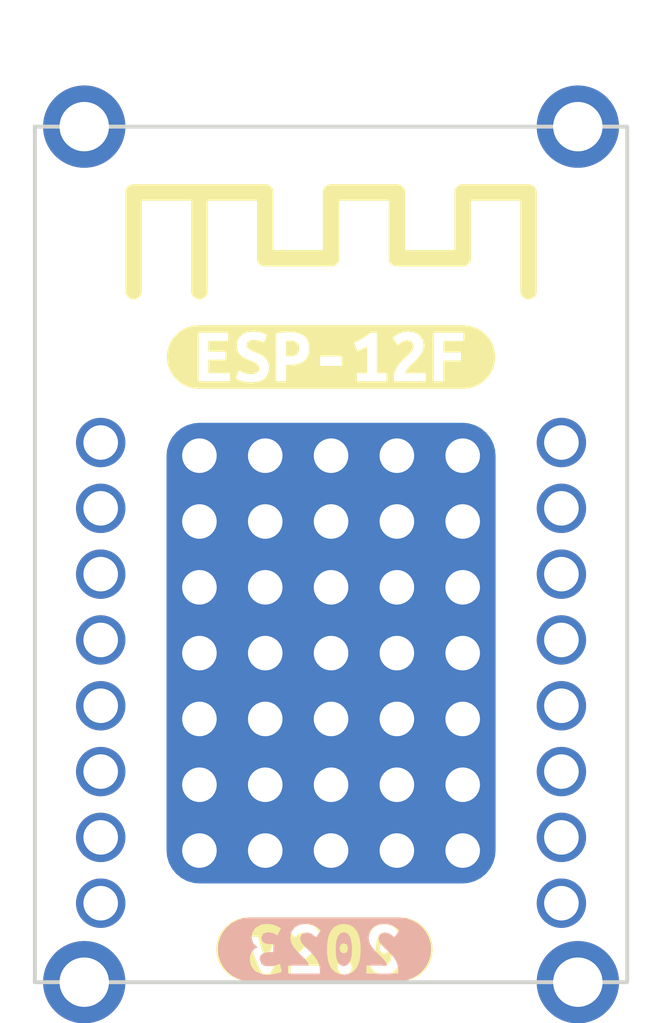
<source format=kicad_pcb>
(kicad_pcb (version 20211014) (generator pcbnew)
  (layers (0 "F.Cu" signal) (31 "B.Cu" signal) (34 "B.Paste" user) (35 "F.Paste" user) (36 "B.SilkS" user "B.Silkscreen") (37 "F.SilkS" user "F.Silkscreen") (38 "B.Mask" user) (39 "F.Mask" user) (44 "Edge.Cuts" user))
  (net 0 "")
  (footprint "kibuzzard-642C03EC" (layer "F.Cu") (at 135.3 125)
    (fp_text reference "kibuzzard-642C03EC" hide)
    (fp_text value "G***" hide)
    (fp_poly (pts (xy -2.322909 -0.967581) (xy -2.323108 -0.967581) (xy -2.511874 -0.948989) (xy -2.693385 -0.893929) (xy -2.860667 -0.804514) (xy -3.007291 -0.684183) (xy -3.127622 -0.537559) (xy -3.217036 -0.370277) (xy -3.272097 -0.188766) (xy -3.290689 0) (xy -3.272097 0.188766) (xy -3.217036 0.370277) (xy -3.127622 0.537559) (xy -3.007291 0.684183) (xy -2.860667 0.804514) (xy -2.693385 0.893929) (xy -2.511874 0.948989) (xy -2.323108 0.967581) (xy -2.322909 0.967581) (xy -1.894284 0.967581) (xy -1.894284 0.738188) (xy -1.966119 0.58883) (xy -2.038747 0.423333) (xy -2.112169 0.241697) (xy -2.166863 0.096069) (xy -2.220218 -0.056257) (xy -2.272233 -0.21528) (xy -2.322909 -0.381) (xy -2.015728 -0.381) (xy -1.992213 -0.287536) (xy -1.964531 -0.188119) (xy -1.933873 -0.085427) (xy -1.901428 0.017859) (xy -1.867793 0.119955) (xy -1.833563 0.219075) (xy -1.768078 0.397669) (xy -1.699022 0.219075) (xy -1.66122 0.119955) (xy -1.624013 0.017859) (xy -1.587698 -0.085427) (xy -1.552575 -0.188119) (xy -1.521321 -0.287536) (xy -1.496616 -0.381) (xy -1.198959 -0.381) (xy -1.250305 -0.21528) (xy -1.30433 -0.056257) (xy -1.361033 0.096069) (xy -1.420416 0.241697) (xy -1.499791 0.423333) (xy -1.575991 0.58883) (xy -1.649016 0.738188) (xy -1.894284 0.738188) (xy -1.894284 0.967581) (xy -0.065484 0.967581) (xy -0.065484 0.738188) (xy -1.027509 0.738188) (xy -1.033463 0.678656) (xy -1.032272 0.62865) (xy -1.021259 0.51435) (xy -0.988219 0.409575) (xy -0.938213 0.313432) (xy -0.8763 0.225028) (xy -0.806053 0.14347) (xy -0.731044 0.067866) (xy -0.656034 -0.003274) (xy -0.585787 -0.071437) (xy -0.473869 -0.200025) (xy -0.429816 -0.326231) (xy -0.484584 -0.465534) (xy -0.622697 -0.51435) (xy -0.767953 -0.481012) (xy -0.917972 -0.369094) (xy -1.063228 -0.573881) (xy -0.960537 -0.660797) (xy -0.842963 -0.721519) (xy -0.718245 -0.757237) (xy -0.594122 -0.769144) (xy -0.420291 -0.74295) (xy -0.272653 -0.664369) (xy -0.170259 -0.532209) (xy -0.132159 -0.347662) (xy -0.160734 -0.201216) (xy -0.236934 -0.064294) (xy -0.344091 0.064294) (xy -0.465534 0.183356) (xy -0.536972 0.251222) (xy -0.613172 0.332184) (xy -0.673894 0.416719) (xy -0.698897 0.4953) (xy -0.065484 0.4953) (xy -0.065484 0.738188) (xy -0.065484 0.967581) (xy 0.622697 0.967581) (xy 0.622697 0.764381) (xy 0.541734 0.750094) (xy 0.473869 0.708422) (xy 0.426244 0.641747) (xy 0.408384 0.550069) (xy 0.426244 0.460772) (xy 0.473869 0.395288) (xy 0.541734 0.354806) (xy 0.622697 0.340519) (xy 0.770334 0.395288) (xy 0.834628 0.550069) (xy 0.770334 0.709613) (xy 0.622697 0.764381) (xy 0.622697 0.967581) (xy 1.810941 0.967581) (xy 1.810941 0.769144) (xy 1.657482 0.747977) (xy 1.530482 0.684477) (xy 1.429941 0.578644) (xy 1.372642 0.470892) (xy 1.331714 0.338138) (xy 1.307157 0.18038) (xy 1.298972 -0.002381) (xy 1.307306 -0.183059) (xy 1.332309 -0.339328) (xy 1.373981 -0.47119) (xy 1.432322 -0.578644) (xy 1.533657 -0.684477) (xy 1.659864 -0.747977) (xy 1.810941 -0.769144) (xy 1.964399 -0.748109) (xy 2.091399 -0.685006) (xy 2.191941 -0.579834) (xy 2.249239 -0.472753) (xy 2.290167 -0.340816) (xy 2.314724 -0.184026) (xy 2.322909 -0.002381) (xy 2.314724 0.18038) (xy 2.290167 0.338138) (xy 2.249239 0.470892) (xy 2.191941 0.578644) (xy 2.091399 0.684477) (xy 1.964399 0.747977) (xy 1.810941 0.769144) (xy 1.810941 0.967581) (xy 2.322909 0.967581) (xy 2.323108 0.967581) (xy 2.511874 0.948989) (xy 2.693385 0.893929) (xy 2.860667 0.804514) (xy 3.007291 0.684183) (xy 3.127622 0.537559) (xy 3.217036 0.370277) (xy 3.272097 0.188766) (xy 3.290689 0) (xy 3.272097 -0.188766) (xy 3.217036 -0.370277) (xy 3.127622 -0.537559) (xy 3.007291 -0.684183) (xy 2.860667 -0.804514) (xy 2.693385 -0.893929) (xy 2.511874 -0.948989) (xy 2.323108 -0.967581) (xy 2.322909 -0.967581) (xy -2.322909 -0.967581)) (layer "F.SilkS") (width 0) (fill solid))
    (fp_poly (pts (xy 2.058591 -0.002381) (xy 2.051579 -0.157295) (xy 2.030545 -0.285485) (xy 1.995487 -0.386953) (xy 1.917799 -0.486073) (xy 1.810941 -0.519112) (xy 1.70557 -0.486073) (xy 1.627584 -0.386953) (xy 1.591866 -0.285485) (xy 1.570434 -0.157295) (xy 1.563291 -0.002381) (xy 1.570434 0.153855) (xy 1.591866 0.28284) (xy 1.627584 0.384572) (xy 1.70557 0.483691) (xy 1.810941 0.516731) (xy 1.813322 0.515995) (xy 1.813322 0.130969) (xy 1.715691 0.084534) (xy 1.679972 -0.026194) (xy 1.715691 -0.138112) (xy 1.813322 -0.185737) (xy 1.907381 -0.138112) (xy 1.944291 -0.026194) (xy 1.907381 0.084534) (xy 1.813322 0.130969) (xy 1.813322 0.515995) (xy 1.917799 0.483691) (xy 1.995487 0.384572) (xy 2.030545 0.28284) (xy 2.051579 0.153855) (xy 2.058591 -0.002381)) (layer "F.SilkS") (width 0) (fill solid))
  )
  (footprint "-local:board" (layer "F.Cu") (at 126.5 100)
    (fp_text reference "SYM1" hide)
    (fp_text value "board_outline")
    (fp_rect (start 0 0) (end 18 26) (layer "Edge.Cuts") (width 0.12) (fill none))
    (pad "" np_thru_hole circle (at 5 25) (size 0.9 0.9) (drill 0.9) (layers F&B.Cu *.Mask))
    (pad "" np_thru_hole circle (at 2 6) (size 0.9 0.9) (drill 0.9) (layers F&B.Cu *.Mask))
    (pad "" np_thru_hole circle (at 16 3) (size 0.9 0.9) (drill 0.9) (layers F&B.Cu *.Mask))
    (pad "1" thru_hole circle (at 1.5 0) (size 2.5 2.5) (drill 1.5) (layers *.Cu *.Mask))
    (pad "2" thru_hole circle (at 16.5 0) (size 2.5 2.5) (drill 1.5) (layers *.Cu *.Mask))
    (pad "3" thru_hole circle (at 16.5 26) (size 2.5 2.5) (drill 1.5) (layers *.Cu *.Mask))
    (pad "4" thru_hole circle (at 1.5 26) (size 2.5 2.5) (drill 1.5) (layers *.Cu *.Mask))
  )
  (footprint "-local:esp-magnets" (layer "F.Cu") (at 126.5 100)
    (fp_text reference "REF**")
    (fp_text value "esp-magnets")
    (fp_line (start 7 2) (end 7 4) (layer "F.SilkS") (width 0.5))
    (fp_line (start 11 2) (end 9 2) (layer "F.SilkS") (width 0.5))
    (fp_line (start 15 2) (end 13 2) (layer "F.SilkS") (width 0.5))
    (fp_line (start 13 4) (end 13 2) (layer "F.SilkS") (width 0.5))
    (fp_line (start 15 2) (end 15 5) (layer "F.SilkS") (width 0.5))
    (fp_line (start 9 4) (end 7 4) (layer "F.SilkS") (width 0.5))
    (fp_line (start 3 5) (end 3 2) (layer "F.SilkS") (width 0.5))
    (fp_line (start 9 4) (end 9 2) (layer "F.SilkS") (width 0.5))
    (fp_line (start 13 4) (end 11 4) (layer "F.SilkS") (width 0.5))
    (fp_line (start 11 2) (end 11 4) (layer "F.SilkS") (width 0.5))
    (fp_line (start 7 2) (end 3 2) (layer "F.SilkS") (width 0.5))
    (fp_line (start 5 5) (end 5 2) (layer "F.SilkS") (width 0.5))
    (pad "" thru_hole circle (at 5 10) (size 1.5 1.5) (drill 1.05) (layers *.Cu *.Mask))
    (pad "" smd roundrect (at 9 16) (size 10 14) (layers "B.Cu" "B.Mask") (roundrect_rratio 0.1))
    (pad "" thru_hole circle (at 13 22) (size 1.5 1.5) (drill 1.05) (layers *.Cu *.Mask))
    (pad "" thru_hole circle (at 9 20) (size 1.5 1.5) (drill 1.05) (layers *.Cu *.Mask))
    (pad "" thru_hole circle (at 7 14) (size 1.5 1.5) (drill 1.05) (layers *.Cu *.Mask))
    (pad "" thru_hole circle (at 5 16) (size 1.5 1.5) (drill 1.05) (layers *.Cu *.Mask))
    (pad "" thru_hole circle (at 13 14) (size 1.5 1.5) (drill 1.05) (layers *.Cu *.Mask))
    (pad "" thru_hole circle (at 11 10) (size 1.5 1.5) (drill 1.05) (layers *.Cu *.Mask))
    (pad "" thru_hole circle (at 9 22) (size 1.5 1.5) (drill 1.05) (layers *.Cu *.Mask))
    (pad "" thru_hole circle (at 5 14) (size 1.5 1.5) (drill 1.05) (layers *.Cu *.Mask))
    (pad "" thru_hole circle (at 13 16) (size 1.5 1.5) (drill 1.05) (layers *.Cu *.Mask))
    (pad "" thru_hole circle (at 7 20) (size 1.5 1.5) (drill 1.05) (layers *.Cu *.Mask))
    (pad "" thru_hole circle (at 11 20) (size 1.5 1.5) (drill 1.05) (layers *.Cu *.Mask))
    (pad "" thru_hole circle (at 13 18) (size 1.5 1.5) (drill 1.05) (layers *.Cu *.Mask))
    (pad "" thru_hole circle (at 13 10) (size 1.5 1.5) (drill 1.05) (layers *.Cu *.Mask))
    (pad "" thru_hole circle (at 5 22) (size 1.5 1.5) (drill 1.05) (layers *.Cu *.Mask))
    (pad "" thru_hole circle (at 11 18) (size 1.5 1.5) (drill 1.05) (layers *.Cu *.Mask))
    (pad "" thru_hole circle (at 13 20) (size 1.5 1.5) (drill 1.05) (layers *.Cu *.Mask))
    (pad "" thru_hole circle (at 5 12) (size 1.5 1.5) (drill 1.05) (layers *.Cu *.Mask))
    (pad "" thru_hole circle (at 7 12) (size 1.5 1.5) (drill 1.05) (layers *.Cu *.Mask))
    (pad "" thru_hole circle (at 7 10) (size 1.5 1.5) (drill 1.05) (layers *.Cu *.Mask))
    (pad "" thru_hole circle (at 11 16) (size 1.5 1.5) (drill 1.05) (layers *.Cu *.Mask))
    (pad "" thru_hole circle (at 11 12) (size 1.5 1.5) (drill 1.05) (layers *.Cu *.Mask))
    (pad "" thru_hole circle (at 11 22) (size 1.5 1.5) (drill 1.05) (layers *.Cu *.Mask))
    (pad "" thru_hole circle (at 11 14) (size 1.5 1.5) (drill 1.05) (layers *.Cu *.Mask))
    (pad "" thru_hole circle (at 7 16) (size 1.5 1.5) (drill 1.05) (layers *.Cu *.Mask))
    (pad "" thru_hole circle (at 7 18) (size 1.5 1.5) (drill 1.05) (layers *.Cu *.Mask))
    (pad "" thru_hole circle (at 9 18) (size 1.5 1.5) (drill 1.05) (layers *.Cu *.Mask))
    (pad "" thru_hole circle (at 13 12) (size 1.5 1.5) (drill 1.05) (layers *.Cu *.Mask))
    (pad "" thru_hole circle (at 7 22) (size 1.5 1.5) (drill 1.05) (layers *.Cu *.Mask))
    (pad "" thru_hole circle (at 9 16) (size 1.5 1.5) (drill 1.05) (layers *.Cu *.Mask))
    (pad "" thru_hole circle (at 9 12) (size 1.5 1.5) (drill 1.05) (layers *.Cu *.Mask))
    (pad "" thru_hole circle (at 9 10) (size 1.5 1.5) (drill 1.05) (layers *.Cu *.Mask))
    (pad "" thru_hole circle (at 5 18) (size 1.5 1.5) (drill 1.05) (layers *.Cu *.Mask))
    (pad "" thru_hole circle (at 5 20) (size 1.5 1.5) (drill 1.05) (layers *.Cu *.Mask))
    (pad "" thru_hole circle (at 9 14) (size 1.5 1.5) (drill 1.05) (layers *.Cu *.Mask))
    (pad "1" thru_hole circle (at 2 9.6) (size 1.5 1.5) (drill 1.05) (layers *.Cu *.Mask))
    (pad "2" thru_hole circle (at 2 11.6) (size 1.5 1.5) (drill 1.05) (layers *.Cu *.Mask))
    (pad "3" thru_hole circle (at 2 13.6) (size 1.5 1.5) (drill 1.05) (layers *.Cu *.Mask))
    (pad "4" thru_hole circle (at 2 15.6) (size 1.5 1.5) (drill 1.05) (layers *.Cu *.Mask))
    (pad "5" thru_hole circle (at 2 17.6) (size 1.5 1.5) (drill 1.05) (layers *.Cu *.Mask))
    (pad "6" thru_hole circle (at 2 19.6) (size 1.5 1.5) (drill 1.05) (layers *.Cu *.Mask))
    (pad "7" thru_hole circle (at 2 21.6) (size 1.5 1.5) (drill 1.05) (layers *.Cu *.Mask))
    (pad "8" thru_hole circle (at 2 23.6) (size 1.5 1.5) (drill 1.05) (layers *.Cu *.Mask))
    (pad "9" thru_hole circle (at 16 23.6) (size 1.5 1.5) (drill 1.05) (layers *.Cu *.Mask))
    (pad "10" thru_hole circle (at 16 21.6) (size 1.5 1.5) (drill 1.05) (layers *.Cu *.Mask))
    (pad "11" thru_hole circle (at 16 19.6) (size 1.5 1.5) (drill 1.05) (layers *.Cu *.Mask))
    (pad "12" thru_hole circle (at 16 17.6) (size 1.5 1.5) (drill 1.05) (layers *.Cu *.Mask))
    (pad "13" thru_hole circle (at 16 15.6) (size 1.5 1.5) (drill 1.05) (layers *.Cu *.Mask))
    (pad "14" thru_hole circle (at 16 13.6) (size 1.5 1.5) (drill 1.05) (layers *.Cu *.Mask))
    (pad "15" thru_hole circle (at 16 11.6) (size 1.5 1.5) (drill 1.05) (layers *.Cu *.Mask))
    (pad "16" thru_hole circle (at 16 9.6) (size 1.5 1.5) (drill 1.05) (layers *.Cu *.Mask))
  )
  (footprint "kibuzzard-642C04F0" (layer "F.Cu") (at 135.5 107)
    (fp_text reference "kibuzzard-642C04F0" hide)
    (fp_text value "G***" hide)
    (fp_poly (pts (xy -4.023122 -0.967581) (xy -4.02332 -0.967581) (xy -4.212086 -0.948989) (xy -4.393598 -0.893929) (xy -4.56088 -0.804514) (xy -4.707504 -0.684183) (xy -4.827835 -0.537559) (xy -4.917249 -0.370277) (xy -4.97231 -0.188766) (xy -4.990902 0) (xy -4.97231 0.188766) (xy -4.917249 0.370277) (xy -4.827835 0.537559) (xy -4.707504 0.684183) (xy -4.56088 0.804514) (xy -4.393598 0.893929) (xy -4.212086 0.948989) (xy -4.02332 0.967581) (xy -4.023122 0.967581) (xy -4.023122 0.738188) (xy -4.023122 -0.735806) (xy -3.130153 -0.735806) (xy -3.130153 -0.492919) (xy -3.730228 -0.492919) (xy -3.730228 -0.161925) (xy -3.208734 -0.161925) (xy -3.208734 0.080962) (xy -3.730228 0.080962) (xy -3.730228 0.4953) (xy -3.077766 0.4953) (xy -3.077766 0.738188) (xy -4.023122 0.738188) (xy -4.023122 0.967581) (xy -2.430066 0.967581) (xy -2.430066 0.769144) (xy -2.594967 0.759321) (xy -2.722959 0.729853) (xy -2.887266 0.657225) (xy -2.801541 0.4191) (xy -2.64795 0.490538) (xy -2.54883 0.515541) (xy -2.430066 0.523875) (xy -2.307431 0.508397) (xy -2.230041 0.465534) (xy -2.19075 0.403622) (xy -2.180034 0.333375) (xy -2.206228 0.252413) (xy -2.272903 0.189309) (xy -2.363391 0.139303) (xy -2.463403 0.097631) (xy -2.601516 0.042863) (xy -2.731294 -0.035719) (xy -2.827734 -0.153591) (xy -2.865834 -0.328612) (xy -2.832199 -0.513159) (xy -2.731294 -0.652462) (xy -2.630355 -0.717285) (xy -2.506927 -0.756179) (xy -2.361009 -0.769144) (xy -2.23391 -0.761405) (xy -2.124075 -0.738187) (xy -1.953816 -0.669131) (xy -2.039541 -0.442912) (xy -2.1717 -0.500062) (xy -2.339578 -0.523875) (xy -2.469224 -0.50509) (xy -2.547011 -0.448733) (xy -2.572941 -0.354806) (xy -2.549128 -0.279797) (xy -2.488406 -0.222647) (xy -2.405062 -0.178594) (xy -2.313384 -0.142875) (xy -2.169319 -0.084534) (xy -2.031206 0.001191) (xy -1.927622 0.134541) (xy -1.897261 0.22473) (xy -1.887141 0.335756) (xy -1.920776 0.51941) (xy -2.021681 0.656034) (xy -2.126853 0.718873) (xy -2.262981 0.756576) (xy -2.430066 0.769144) (xy -2.430066 0.967581) (xy -1.370409 0.967581) (xy -1.370409 0.738188) (xy -1.663303 0.738188) (xy -1.663303 -0.716756) (xy -1.566862 -0.733425) (xy -1.458516 -0.744141) (xy -1.351359 -0.750094) (xy -1.258491 -0.752475) (xy -1.085189 -0.739643) (xy -0.939932 -0.701146) (xy -0.822722 -0.636984) (xy -0.736732 -0.543719) (xy -0.685139 -0.417909) (xy -0.667941 -0.259556) (xy -0.685271 -0.099616) (xy -0.737261 0.027781) (xy -0.823912 0.122634) (xy -0.942314 0.188119) (xy -1.089554 0.227409) (xy -1.265634 0.240506) (xy -1.370409 0.240506) (xy -1.370409 0.738188) (xy -1.370409 0.967581) (xy 0.320278 0.967581) (xy 0.320278 0.271463) (xy -0.332184 0.271463) (xy -0.332184 -0.016669) (xy 0.320278 -0.016669) (xy 0.320278 0.271463) (xy 0.320278 0.967581) (xy 1.682353 0.967581) (xy 1.682353 0.738188) (xy 0.787003 0.738188) (xy 0.787003 0.4953) (xy 1.096566 0.4953) (xy 1.096566 -0.328612) (xy 0.944166 -0.244078) (xy 0.798909 -0.185737) (xy 0.703659 -0.428625) (xy 0.827484 -0.483394) (xy 0.960834 -0.557212) (xy 1.087041 -0.642937) (xy 1.189434 -0.735806) (xy 1.389459 -0.735806) (xy 1.389459 0.4953) (xy 1.682353 0.4953) (xy 1.682353 0.738188) (xy 1.682353 0.967581) (xy 2.880122 0.967581) (xy 2.880122 0.738188) (xy 1.918097 0.738188) (xy 1.912144 0.678656) (xy 1.913334 0.62865) (xy 1.924348 0.51435) (xy 1.957388 0.409575) (xy 2.007394 0.313432) (xy 2.069306 0.225028) (xy 2.139553 0.14347) (xy 2.214563 0.067866) (xy 2.289572 -0.003274) (xy 2.359819 -0.071437) (xy 2.471737 -0.200025) (xy 2.515791 -0.326231) (xy 2.461022 -0.465534) (xy 2.322909 -0.51435) (xy 2.177653 -0.481012) (xy 2.027634 -0.369094) (xy 1.882378 -0.573881) (xy 1.98507 -0.660797) (xy 2.102644 -0.721519) (xy 2.227362 -0.757237) (xy 2.351484 -0.769144) (xy 2.525316 -0.74295) (xy 2.672953 -0.664369) (xy 2.775347 -0.532209) (xy 2.813447 -0.347662) (xy 2.784872 -0.201216) (xy 2.708672 -0.064294) (xy 2.601516 0.064294) (xy 2.480072 0.183356) (xy 2.408634 0.251222) (xy 2.332434 0.332184) (xy 2.271713 0.416719) (xy 2.246709 0.4953) (xy 2.880122 0.4953) (xy 2.880122 0.738188) (xy 2.880122 0.967581) (xy 3.120628 0.967581) (xy 3.120628 0.738188) (xy 3.120628 -0.735806) (xy 4.023122 -0.735806) (xy 4.023122 -0.492919) (xy 3.413522 -0.492919) (xy 3.413522 -0.135731) (xy 3.946922 -0.135731) (xy 3.946922 0.107156) (xy 3.413522 0.107156) (xy 3.413522 0.738188) (xy 3.120628 0.738188) (xy 3.120628 0.967581) (xy 4.023122 0.967581) (xy 4.02332 0.967581) (xy 4.212086 0.948989) (xy 4.393598 0.893929) (xy 4.56088 0.804514) (xy 4.707504 0.684183) (xy 4.827835 0.537559) (xy 4.917249 0.370277) (xy 4.97231 0.188766) (xy 4.990902 0) (xy 4.97231 -0.188766) (xy 4.917249 -0.370277) (xy 4.827835 -0.537559) (xy 4.707504 -0.684183) (xy 4.56088 -0.804514) (xy 4.393598 -0.893929) (xy 4.212086 -0.948989) (xy 4.02332 -0.967581) (xy 4.023122 -0.967581) (xy -4.023122 -0.967581)) (layer "F.SilkS") (width 0) (fill solid))
    (fp_poly (pts (xy -1.225153 -0.497681) (xy -1.297781 -0.496491) (xy -1.370409 -0.490537) (xy -1.370409 -0.014287) (xy -1.251347 -0.014287) (xy -1.128117 -0.028277) (xy -1.039416 -0.070247) (xy -0.985837 -0.146149) (xy -0.967978 -0.261937) (xy -0.98554 -0.371773) (xy -1.038225 -0.444103) (xy -1.12008 -0.484287) (xy -1.225153 -0.497681)) (layer "F.SilkS") (width 0) (fill solid))
  )
  (footprint "kibuzzard-642C03F5" (layer "B.Cu") (at 135.3 125 180)
    (fp_text reference "kibuzzard-642C03F5" hide)
    (fp_text value "G***" hide)
    (fp_poly (pts (xy -2.271713 0.967581) (xy -2.271911 0.967581) (xy -2.460677 0.948989) (xy -2.642188 0.893929) (xy -2.80947 0.804514) (xy -2.956094 0.684183) (xy -3.076425 0.537559) (xy -3.165839 0.370277) (xy -3.2209 0.188766) (xy -3.239492 0) (xy -3.2209 -0.188766) (xy -3.165839 -0.370277) (xy -3.076425 -0.537559) (xy -2.956094 -0.684183) (xy -2.80947 -0.804514) (xy -2.642188 -0.893929) (xy -2.460677 -0.948989) (xy -2.271911 -0.967581) (xy -2.271713 -0.967581) (xy -1.273969 -0.967581) (xy -1.273969 -0.738188) (xy -2.235994 -0.738188) (xy -2.241947 -0.678656) (xy -2.240756 -0.62865) (xy -2.229743 -0.51435) (xy -2.196703 -0.409575) (xy -2.146697 -0.313432) (xy -2.084784 -0.225028) (xy -2.014538 -0.14347) (xy -1.939528 -0.067866) (xy -1.864519 0.003274) (xy -1.794272 0.071437) (xy -1.682353 0.200025) (xy -1.6383 0.326231) (xy -1.693069 0.465534) (xy -1.831181 0.51435) (xy -1.976438 0.481012) (xy -2.126456 0.369094) (xy -2.271713 0.573881) (xy -2.169021 0.660797) (xy -2.051447 0.721519) (xy -1.926729 0.757237) (xy -1.802606 0.769144) (xy -1.628775 0.74295) (xy -1.481138 0.664369) (xy -1.378744 0.532209) (xy -1.340644 0.347662) (xy -1.369219 0.201216) (xy -1.445419 0.064294) (xy -1.552575 -0.064294) (xy -1.674019 -0.183356) (xy -1.745456 -0.251222) (xy -1.821656 -0.332184) (xy -1.882378 -0.416719) (xy -1.907381 -0.4953) (xy -1.273969 -0.4953) (xy -1.273969 -0.738188) (xy -1.273969 -0.967581) (xy -0.588169 -0.967581) (xy -0.588169 -0.769144) (xy -0.741627 -0.747977) (xy -0.868627 -0.684477) (xy -0.969169 -0.578644) (xy -1.026468 -0.470892) (xy -1.067395 -0.338138) (xy -1.091952 -0.18038) (xy -1.100138 0.002381) (xy -1.091803 0.183059) (xy -1.0668 0.339328) (xy -1.025128 0.47119) (xy -0.966788 0.578644) (xy -0.865452 0.684477) (xy -0.739246 0.747977) (xy -0.588169 0.769144) (xy -0.43471 0.748109) (xy -0.30771 0.685006) (xy -0.207169 0.579834) (xy -0.14987 0.472753) (xy -0.108942 0.340816) (xy -0.084386 0.184026) (xy -0.0762 0.002381) (xy -0.084386 -0.18038) (xy -0.108942 -0.338138) (xy -0.14987 -0.470892) (xy -0.207169 -0.578644) (xy -0.30771 -0.684477) (xy -0.43471 -0.747977) (xy -0.588169 -0.769144) (xy -0.588169 -0.967581) (xy 1.107281 -0.967581) (xy 1.107281 -0.738188) (xy 0.145256 -0.738188) (xy 0.139303 -0.678656) (xy 0.140494 -0.62865) (xy 0.151507 -0.51435) (xy 0.184547 -0.409575) (xy 0.234553 -0.313432) (xy 0.296466 -0.225028) (xy 0.366712 -0.14347) (xy 0.441722 -0.067866) (xy 0.516731 0.003274) (xy 0.586978 0.071437) (xy 0.698897 0.200025) (xy 0.74295 0.326231) (xy 0.688181 0.465534) (xy 0.550069 0.51435) (xy 0.404812 0.481012) (xy 0.254794 0.369094) (xy 0.109537 0.573881) (xy 0.212229 0.660797) (xy 0.329803 0.721519) (xy 0.454521 0.757237) (xy 0.578644 0.769144) (xy 0.752475 0.74295) (xy 0.900112 0.664369) (xy 1.002506 0.532209) (xy 1.040606 0.347662) (xy 1.012031 0.201216) (xy 0.935831 0.064294) (xy 0.828675 -0.064294) (xy 0.707231 -0.183356) (xy 0.635794 -0.251222) (xy 0.559594 -0.332184) (xy 0.498872 -0.416719) (xy 0.473869 -0.4953) (xy 1.107281 -0.4953) (xy 1.107281 -0.738188) (xy 1.107281 -0.967581) (xy 1.704975 -0.967581) (xy 1.704975 -0.769144) (xy 1.589484 -0.760809) (xy 1.472803 -0.740569) (xy 1.369219 -0.714375) (xy 1.2954 -0.688181) (xy 1.35255 -0.442913) (xy 1.494234 -0.492919) (xy 1.589782 -0.512564) (xy 1.702594 -0.519113) (xy 1.830288 -0.503039) (xy 1.913334 -0.454819) (xy 1.974056 -0.295275) (xy 1.950839 -0.196155) (xy 1.881187 -0.132159) (xy 1.775817 -0.097334) (xy 1.645444 -0.085725) (xy 1.554956 -0.085725) (xy 1.554956 0.157162) (xy 1.664494 0.157162) (xy 1.754981 0.166687) (xy 1.835944 0.197644) (xy 1.894284 0.254794) (xy 1.916906 0.345281) (xy 1.868091 0.472678) (xy 1.73355 0.519112) (xy 1.568053 0.491728) (xy 1.426369 0.423862) (xy 1.321594 0.638175) (xy 1.491853 0.725091) (xy 1.604665 0.75813) (xy 1.731169 0.769144) (xy 1.846957 0.761405) (xy 1.946672 0.738187) (xy 2.097881 0.651272) (xy 2.185987 0.519112) (xy 2.214562 0.354806) (xy 2.164556 0.185737) (xy 2.031206 0.061912) (xy 2.132707 0.002977) (xy 2.208609 -0.078581) (xy 2.255937 -0.18038) (xy 2.271712 -0.300038) (xy 2.238375 -0.488156) (xy 2.135981 -0.636984) (xy 2.0574 -0.692944) (xy 1.959769 -0.734616) (xy 1.842492 -0.760512) (xy 1.704975 -0.769144) (xy 1.704975 -0.967581) (xy 2.271712 -0.967581) (xy 2.271911 -0.967581) (xy 2.460677 -0.948989) (xy 2.642188 -0.893929) (xy 2.80947 -0.804514) (xy 2.956094 -0.684183) (xy 3.076425 -0.537559) (xy 3.165839 -0.370277) (xy 3.2209 -0.188766) (xy 3.239492 0) (xy 3.2209 0.188766) (xy 3.165839 0.370277) (xy 3.076425 0.537559) (xy 2.956094 0.684183) (xy 2.80947 0.804514) (xy 2.642188 0.893929) (xy 2.460677 0.948989) (xy 2.271911 0.967581) (xy 2.271712 0.967581) (xy -2.271713 0.967581)) (layer "B.SilkS") (width 0) (fill solid))
    (fp_poly (pts (xy -0.340519 0.002381) (xy -0.34753 0.157295) (xy -0.368565 0.285485) (xy -0.403622 0.386953) (xy -0.48131 0.486073) (xy -0.588169 0.519112) (xy -0.693539 0.486073) (xy -0.771525 0.386953) (xy -0.807244 0.285485) (xy -0.828675 0.157295) (xy -0.835819 0.002381) (xy -0.828675 -0.153855) (xy -0.807244 -0.28284) (xy -0.771525 -0.384572) (xy -0.693539 -0.483691) (xy -0.588169 -0.516731) (xy -0.585788 -0.515995) (xy -0.585788 -0.130969) (xy -0.683419 -0.084534) (xy -0.719138 0.026194) (xy -0.683419 0.138112) (xy -0.585788 0.185737) (xy -0.491728 0.138112) (xy -0.454819 0.026194) (xy -0.491728 -0.084534) (xy -0.585788 -0.130969) (xy -0.585788 -0.515995) (xy -0.48131 -0.483691) (xy -0.403622 -0.384572) (xy -0.368565 -0.28284) (xy -0.34753 -0.153855) (xy -0.340519 0.002381)) (layer "B.SilkS") (width 0) (fill solid))
  )
)
</source>
